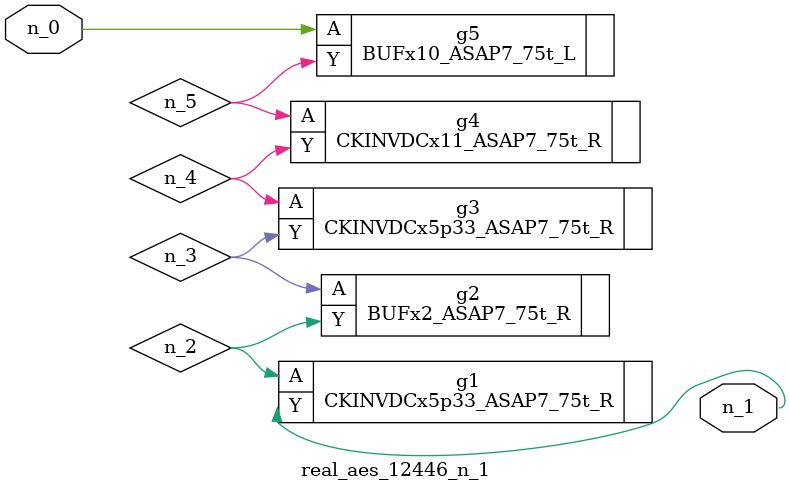
<source format=v>
module real_aes_12446_n_1 (n_0, n_1);
input n_0;
output n_1;
wire n_4;
wire n_3;
wire n_5;
wire n_2;
BUFx10_ASAP7_75t_L g5 ( .A(n_0), .Y(n_5) );
CKINVDCx5p33_ASAP7_75t_R g1 ( .A(n_2), .Y(n_1) );
BUFx2_ASAP7_75t_R g2 ( .A(n_3), .Y(n_2) );
CKINVDCx5p33_ASAP7_75t_R g3 ( .A(n_4), .Y(n_3) );
CKINVDCx11_ASAP7_75t_R g4 ( .A(n_5), .Y(n_4) );
endmodule
</source>
